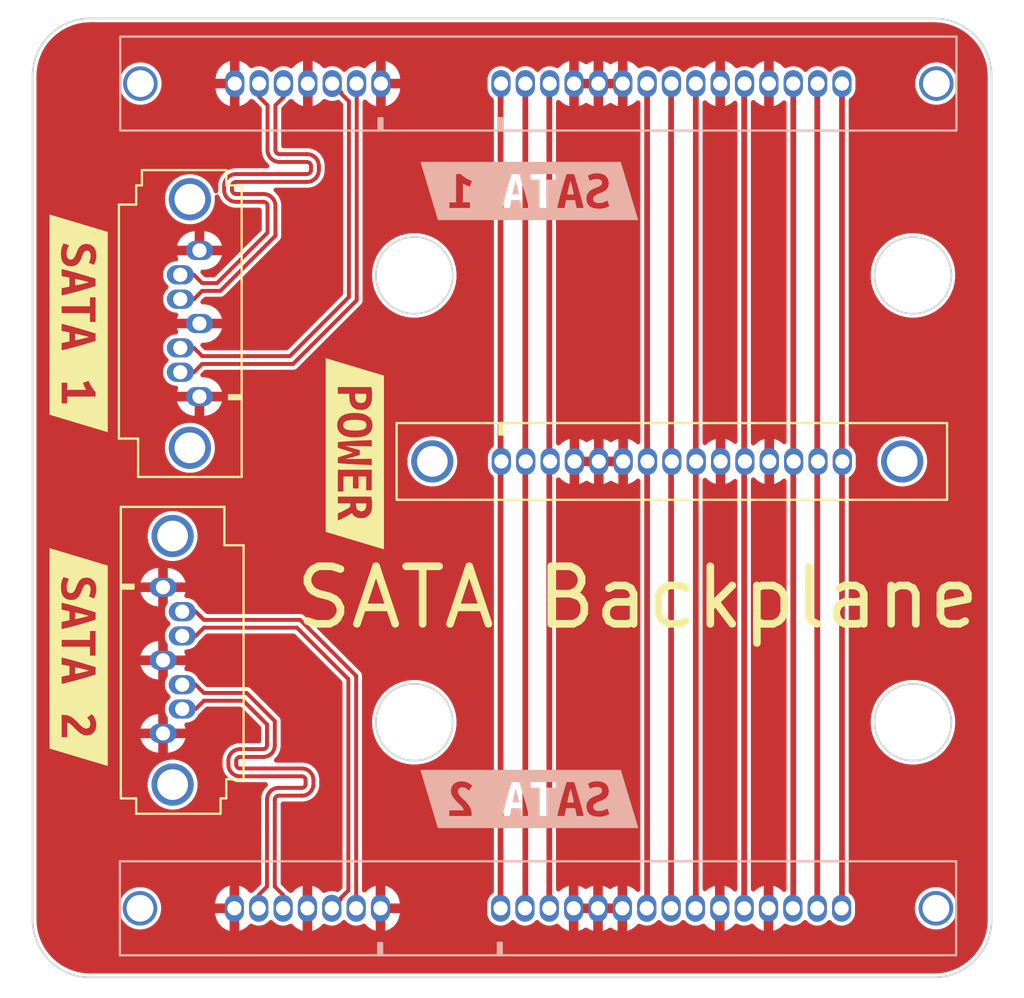
<source format=kicad_pcb>
(kicad_pcb (version 20241229) (generator "pcbnew") (generator_version "9.0")
  (layers (0 "F.Cu" signal) (4 "In1.Cu" signal) (6 "In2.Cu" signal) (2 "B.Cu" signal) (13 "F.Paste" user) (15 "B.Paste" user) (5 "F.SilkS" user "F.Silkscreen") (7 "B.SilkS" user "B.Silkscreen") (1 "F.Mask" user) (3 "B.Mask" user) (25 "Edge.Cuts" user))
  (net 0 "")
  (net 1 "/3V3_1")
  (net 2 "/3V3_2")
  (net 3 "/PWDIS")
  (net 4 "GND")
  (net 5 "/5V_1")
  (net 6 "/5V_2")
  (net 7 "/5V_3")
  (net 8 "/ACT")
  (net 9 "/12V_1")
  (net 10 "/12V_2")
  (net 11 "/12V_3")
  (net 12 "/SATA1_A+")
  (net 13 "/SATA1_A-")
  (net 14 "/SATA1_B-")
  (net 15 "/SATA1_B+")
  (net 16 "/SATA2_A+")
  (net 17 "/SATA2_A-")
  (net 18 "/SATA2_B-")
  (net 19 "/SATA2_B+")
  (footprint "kibuzzard-63B1B180" (layer "F.Cu") (at 96.9 47.3 -90)
    (property "Reference" "kibuzzard-63B1B180" (hide yes))
    (property "Value" "G***" (hide yes))
    (fp_poly (pts (xy 3.004661 -0.325755) (xy 2.98323 -0.447199) (xy 2.918936 -0.531495) (xy 2.819638 -0.580787) (xy 2.693194 -0.597218) (xy 2.644616 -0.595789) (xy 2.587466 -0.588645) (xy 2.587466 -0.05715) (xy 2.664619 -0.05715) (xy 2.819638 -0.074652) (xy 2.924651 -0.127159) (xy 3.004661 -0.325755)) (fill yes) (layer "F.SilkS"))
    (fp_poly (pts (xy -2.953226 -0.597218) (xy -3.04038 -0.595789) (xy -3.127534 -0.588645) (xy -3.127534 -0.017145) (xy -2.984659 -0.017145) (xy -2.836783 -0.033933) (xy -2.730341 -0.084296) (xy -2.666048 -0.175379) (xy -2.644616 -0.314325) (xy -2.66569 -0.446127) (xy -2.728913 -0.532924) (xy -2.827139 -0.581144) (xy -2.953226 -0.597218)) (fill yes) (layer "F.SilkS"))
    (fp_poly (pts (xy -1.770221 0) (xy -1.767721 0.124658) (xy -1.76022 0.241459) (xy -1.720215 0.437197) (xy -1.635919 0.568642) (xy -1.490186 0.61722) (xy -1.345883 0.568642) (xy -1.260158 0.435769) (xy -1.220153 0.24003) (xy -1.212652 0.124301) (xy -1.210151 0) (xy -1.212652 -0.124658) (xy -1.220153 -0.241459) (xy -1.260158 -0.437198) (xy -1.344454 -0.568643) (xy -1.490186 -0.61722) (xy -1.635919 -0.568643) (xy -1.720215 -0.435769) (xy -1.76022 -0.24003) (xy -1.767721 -0.124301) (xy -1.770221 0)) (fill yes) (layer "F.SilkS"))
    (fp_poly (pts (xy -3.479006 -1.518285) (xy -4.074319 -1.518285) (xy -4.98529 1.518285) (xy -4.074319 1.518285) (xy -3.479006 1.518285) (xy -3.127534 1.518285) (xy -3.127534 0.885825) (xy -3.479006 0.885825) (xy -3.479006 -0.860108) (xy -3.363278 -0.88011) (xy -3.233261 -0.892969) (xy -3.104674 -0.900113) (xy -2.993231 -0.90297) (xy -2.785269 -0.887571) (xy -2.610961 -0.841375) (xy -2.470309 -0.764381) (xy -2.367121 -0.652463) (xy -2.305209 -0.501491) (xy -2.284571 -0.311468) (xy -2.305368 -0.119539) (xy -2.367756 0.033337) (xy -2.471738 0.147161) (xy -2.613819 0.225742) (xy -2.790508 0.272891) (xy -3.001804 0.288607) (xy -3.127534 0.288607) (xy -3.127534 0.885825) (xy -3.127534 1.518285) (xy -1.487329 1.518285) (xy -1.487329 0.922972) (xy -1.678623 0.897096) (xy -1.837214 0.819467) (xy -1.963103 0.690086) (xy -2.034986 0.559624) (xy -2.086332 0.401122) (xy -2.11714 0.21458) (xy -2.127409 0) (xy -2.116872 -0.21458) (xy -2.085261 -0.401122) (xy -2.032575 -0.559624) (xy -1.958816 -0.690086) (xy -1.831816 -0.819468) (xy -1.675606 -0.897096) (xy -1.490186 -0.922973) (xy -1.299051 -0.897096) (xy -1.140936 -0.819468) (xy -1.015841 -0.690086) (xy -0.944582 -0.559624) (xy -0.893683 -0.401122) (xy -0.863144 -0.21458) (xy -0.852964 0) (xy -0.863322 0.21458) (xy -0.894398 0.401122) (xy -0.94619 0.559624) (xy -1.018699 0.690086) (xy -1.144429 0.819467) (xy -1.300639 0.897096) (xy -1.487329 0.922972) (xy -1.487329 1.518285) (xy 0.487204 1.518285) (xy 0.487204 0.885825) (xy 0.195739 0.885825) (xy 0.132874 0.699016) (xy 0.070009 0.498634) (xy 0.007144 0.296108) (xy -0.055721 0.10287) (xy -0.120015 0.290751) (xy -0.187166 0.494347) (xy -0.252889 0.697944) (xy -0.312896 0.885825) (xy -0.604361 0.885825) (xy -0.625793 0.682585) (xy -0.644366 0.467201) (xy -0.66044 0.244316) (xy -0.67437 0.018574) (xy -0.686157 -0.209312) (xy -0.695801 -0.438626) (xy -0.703659 -0.664726) (xy -0.710089 -0.882968) (xy -0.384334 -0.882968) (xy -0.387191 -0.711518) (xy -0.390049 -0.534353) (xy -0.392906 -0.354687) (xy -0.395764 -0.175736) (xy -0.398621 0.000714) (xy -0.401479 0.172879) (xy -0.403622 0.337542) (xy -0.404336 0.49149) (xy -0.345758 0.291465) (xy -0.282893 0.077152) (xy -0.227171 -0.117158) (xy -0.187166 -0.257175) (xy 0.070009 -0.257175) (xy 0.104299 -0.122873) (xy 0.154305 0.054292) (xy 0.214313 0.26289) (xy 0.278606 0.49149) (xy 0.277892 0.337542) (xy 0.275749 0.172879) (xy 0.272891 0.001072) (xy 0.270034 -0.174308) (xy 0.267176 -0.352544) (xy 0.264319 -0.532924) (xy 0.262176 -0.71116) (xy 0.261461 -0.882968) (xy 0.587216 -0.882968) (xy 0.578644 -0.662583) (xy 0.570071 -0.435769) (xy 0.560784 -0.206454) (xy 0.550069 0.021431) (xy 0.537567 0.246817) (xy 0.522922 0.46863) (xy 0.506135 0.682942) (xy 0.487204 0.885825) (xy 0.487204 1.518285) (xy 0.832961 1.518285) (xy 0.832961 0.885825) (xy 0.832961 -0.882968) (xy 1.904524 -0.882968) (xy 1.904524 -0.591503) (xy 1.184434 -0.591503) (xy 1.184434 -0.19431) (xy 1.810226 -0.19431) (xy 1.810226 0.097155) (xy 1.184434 0.097155) (xy 1.184434 0.59436) (xy 1.967389 0.59436) (xy 1.967389 0.885825) (xy 0.832961 0.885825) (xy 0.832961 1.518285) (xy 3.479006 1.518285) (xy 3.479006 0.885825) (xy 3.110389 0.885825) (xy 3.039308 0.71759) (xy 2.957513 0.555784) (xy 2.867144 0.396121) (xy 2.770346 0.234315) (xy 2.587466 0.234315) (xy 2.587466 0.885825) (xy 2.235994 0.885825) (xy 2.235994 -0.85725) (xy 2.348865 -0.878681) (xy 2.473166 -0.892969) (xy 2.593181 -0.900113) (xy 2.693194 -0.90297) (xy 2.837497 -0.894398) (xy 2.967514 -0.86868) (xy 3.081814 -0.825103) (xy 3.178969 -0.762953) (xy 3.3147 -0.581501) (xy 3.350062 -0.461843) (xy 3.361849 -0.322898) (xy 3.346133 -0.175736) (xy 3.298984 -0.042863) (xy 3.215402 0.067866) (xy 3.090386 0.14859) (xy 3.193256 0.312896) (xy 3.298984 0.501491) (xy 3.397567 0.698659) (xy 3.479006 0.885825) (xy 3.479006 1.518285) (xy 4.074319 1.518285) (xy 4.98529 -1.518285) (xy 4.074319 -1.518285) (xy 3.479006 -1.518285) (xy -3.479006 -1.518285)) (fill yes) (layer "F.SilkS"))
  )
  (footprint "kibuzzard-63B1B17B" (layer "F.Cu") (at 82.5 57.9 -90)
    (property "Reference" "kibuzzard-63B1B17B" (hide yes))
    (property "Value" "G***" (hide yes))
    (fp_poly (pts (xy -2.14884 -0.540068) (xy -2.201704 -0.350044) (xy -2.247424 -0.172879) (xy -2.287429 0.002857) (xy -2.323147 0.185737) (xy -1.97739 0.185737) (xy -2.01168 0.002857) (xy -2.050256 -0.172879) (xy -2.095976 -0.350044) (xy -2.14884 -0.540068)) (fill yes) (layer "F.SilkS"))
    (fp_poly (pts (xy 0.70866 -0.540068) (xy 0.655796 -0.350044) (xy 0.610076 -0.172879) (xy 0.570071 0.002857) (xy 0.534353 0.185737) (xy 0.88011 0.185737) (xy 0.84582 0.002857) (xy 0.807244 -0.172879) (xy 0.761524 -0.350044) (xy 0.70866 -0.540068)) (fill yes) (layer "F.SilkS"))
    (fp_poly (pts (xy -4.174807 -1.518285) (xy -4.77012 -1.518285) (xy -5.681091 1.518285) (xy -4.77012 1.518285) (xy -4.174807 1.518285) (xy -3.626167 1.518285) (xy -3.626167 0.922972) (xy -3.824049 0.911185) (xy -3.97764 0.875824) (xy -4.174807 0.78867) (xy -4.071937 0.50292) (xy -3.887629 0.588645) (xy -3.768685 0.618649) (xy -3.626167 0.62865) (xy -3.479006 0.610076) (xy -3.386137 0.558641) (xy -3.338989 0.484346) (xy -3.32613 0.40005) (xy -3.357562 0.302895) (xy -3.437572 0.227171) (xy -3.546157 0.167164) (xy -3.666172 0.117157) (xy -3.831908 0.051435) (xy -3.987641 -0.042863) (xy -4.10337 -0.184309) (xy -4.14909 -0.394335) (xy -4.108728 -0.615791) (xy -3.987641 -0.782955) (xy -3.866515 -0.860743) (xy -3.718401 -0.907415) (xy -3.5433 -0.922973) (xy -3.390781 -0.913686) (xy -3.258979 -0.885825) (xy -3.054667 -0.802958) (xy -3.157537 -0.531495) (xy -3.316129 -0.600075) (xy -3.517582 -0.62865) (xy -3.673157 -0.606108) (xy -3.766502 -0.53848) (xy -3.797617 -0.425768) (xy -3.769042 -0.335756) (xy -3.696176 -0.267176) (xy -3.596164 -0.214313) (xy -3.48615 -0.17145) (xy -3.313271 -0.101441) (xy -3.147536 0.001429) (xy -3.023235 0.161449) (xy -2.986802 0.269677) (xy -2.974657 0.402907) (xy -3.01502 0.623292) (xy -3.136106 0.787241) (xy -3.262312 0.862647) (xy -3.425666 0.907891) (xy -3.626167 0.922972) (xy -3.626167 1.518285) (xy -1.834515 1.518285) (xy -1.834515 0.885825) (xy -1.917382 0.477202) (xy -2.38887 0.477202) (xy -2.46888 0.885825) (xy -2.83464 0.885825) (xy -2.784234 0.680371) (xy -2.733599 0.482346) (xy -2.682735 0.291751) (xy -2.631643 0.108585) (xy -2.580322 -0.067151) (xy -2.516565 -0.27941) (xy -2.453878 -0.486132) (xy -2.392263 -0.687318) (xy -2.33172 -0.882968) (xy -1.948815 -0.882968) (xy -1.886039 -0.685711) (xy -1.823442 -0.48256) (xy -1.761024 -0.273516) (xy -1.698784 -0.058579) (xy -1.649349 0.118643) (xy -1.600486 0.301695) (xy -1.552194 0.490576) (xy -1.504474 0.685286) (xy -1.457325 0.885825) (xy -1.834515 0.885825) (xy -1.834515 1.518285) (xy -0.540067 1.518285) (xy -0.540067 0.885825) (xy -0.894397 0.885825) (xy -0.894397 -0.591503) (xy -1.36017 -0.591503) (xy -1.36017 -0.882968) (xy -0.074295 -0.882968) (xy -0.074295 -0.591503) (xy -0.540067 -0.591503) (xy -0.540067 0.885825) (xy -0.540067 1.518285) (xy 1.022985 1.518285) (xy 1.022985 0.885825) (xy 0.940118 0.477202) (xy 0.46863 0.477202) (xy 0.38862 0.885825) (xy 0.02286 0.885825) (xy 0.073266 0.680371) (xy 0.123901 0.482346) (xy 0.174765 0.291751) (xy 0.225857 0.108585) (xy 0.277178 -0.067151) (xy 0.340935 -0.27941) (xy 0.403622 -0.486132) (xy 0.465237 -0.687318) (xy 0.52578 -0.882968) (xy 0.908685 -0.882968) (xy 0.971461 -0.685711) (xy 1.034058 -0.48256) (xy 1.096476 -0.273516) (xy 1.158716 -0.058579) (xy 1.208151 0.118643) (xy 1.257014 0.301695) (xy 1.305306 0.490576) (xy 1.353026 0.685286) (xy 1.400175 0.885825) (xy 1.022985 0.885825) (xy 1.022985 1.518285) (xy 4.174808 1.518285) (xy 4.174808 0.885825) (xy 3.020378 0.885825) (xy 3.013234 0.814387) (xy 3.014663 0.75438) (xy 3.027878 0.61722) (xy 3.067526 0.49149) (xy 3.127534 0.376118) (xy 3.201829 0.270034) (xy 3.286125 0.172164) (xy 3.376136 0.081439) (xy 3.466148 -0.003929) (xy 3.550444 -0.085725) (xy 3.684746 -0.24003) (xy 3.73761 -0.391478) (xy 3.671888 -0.558641) (xy 3.506153 -0.61722) (xy 3.331845 -0.577215) (xy 3.151823 -0.442913) (xy 2.977515 -0.688658) (xy 3.100745 -0.792956) (xy 3.241834 -0.865823) (xy 3.391495 -0.908685) (xy 3.540443 -0.922973) (xy 3.74904 -0.89154) (xy 3.926205 -0.797243) (xy 4.049078 -0.638651) (xy 4.094798 -0.417195) (xy 4.060508 -0.241459) (xy 3.969068 -0.077153) (xy 3.84048 0.077152) (xy 3.694748 0.220027) (xy 3.609023 0.301466) (xy 3.517583 0.398621) (xy 3.444716 0.500062) (xy 3.414713 0.59436) (xy 4.174808 0.59436) (xy 4.174808 0.885825) (xy 4.174808 1.518285) (xy 4.77012 1.518285) (xy 5.681091 -1.518285) (xy 4.77012 -1.518285) (xy 4.174808 -1.518285) (xy -4.174808 -1.518285) (xy -4.174807 -1.518285)) (fill yes) (layer "F.SilkS"))
  )
  (footprint "sata:SATA_Power" (layer "F.Cu") (at 104.54 47.7)
    (property "Reference" "J1" (hide yes))
    (property "Value" "SATA_POWER_15")
    (fp_rect (start -5.46 -2) (end 23.24 2) (stroke (width 0.12)) (fill no) (layer "F.SilkS"))
    (fp_rect (start -0.1 -2) (end 0.1 -1.4) (stroke (width 0.12)) (fill yes) (layer "F.SilkS"))
    (pad "" np_thru_hole circle (at -3.6 0) (size 2.2 2.2) (drill 1.6) (layers "*.Cu" "*.Mask"))
    (pad "" np_thru_hole circle (at 20.9 0) (size 2.2 2.2) (drill 1.6) (layers "*.Cu" "*.Mask"))
    (pad "1" thru_hole oval (at 0 0) (size 1 1.4) (drill 0.74) (layers "*.Cu" "*.Mask") (net 1 "/3V3_1"))
    (pad "2" thru_hole oval (at 1.27 0) (size 1 1.4) (drill 0.74) (layers "*.Cu" "*.Mask") (net 2 "/3V3_2"))
    (pad "3" thru_hole oval (at 2.54 0) (size 1 1.4) (drill 0.74) (layers "*.Cu" "*.Mask") (net 3 "/PWDIS"))
    (pad "4" thru_hole oval (at 3.81 0) (size 1 1.4) (drill 0.74) (layers "*.Cu" "*.Mask") (net 4 "GND"))
    (pad "5" thru_hole oval (at 5.08 0) (size 1 1.4) (drill 0.74) (layers "*.Cu" "*.Mask") (net 4 "GND"))
    (pad "6" thru_hole oval (at 6.35 0) (size 1 1.4) (drill 0.74) (layers "*.Cu" "*.Mask") (net 4 "GND"))
    (pad "7" thru_hole oval (at 7.62 0) (size 1 1.4) (drill 0.74) (layers "*.Cu" "*.Mask") (net 5 "/5V_1"))
    (pad "8" thru_hole oval (at 8.89 0) (size 1 1.4) (drill 0.74) (layers "*.Cu" "*.Mask") (net 6 "/5V_2"))
    (pad "9" thru_hole oval (at 10.16 0) (size 1 1.4) (drill 0.74) (layers "*.Cu" "*.Mask") (net 7 "/5V_3"))
    (pad "10" thru_hole oval (at 11.43 0) (size 1 1.4) (drill 0.74) (layers "*.Cu" "*.Mask") (net 4 "GND"))
    (pad "11" thru_hole oval (at 12.7 0) (size 1 1.4) (drill 0.74) (layers "*.Cu" "*.Mask") (net 8 "/ACT"))
    (pad "12" thru_hole oval (at 13.97 0) (size 1 1.4) (drill 0.74) (layers "*.Cu" "*.Mask") (net 4 "GND"))
    (pad "13" thru_hole oval (at 15.24 0) (size 1 1.4) (drill 0.74) (layers "*.Cu" "*.Mask") (net 9 "/12V_1"))
    (pad "14" thru_hole oval (at 16.51 0) (size 1 1.4) (drill 0.74) (layers "*.Cu" "*.Mask") (net 10 "/12V_2"))
    (pad "15" thru_hole oval (at 17.78 0) (size 1 1.4) (drill 0.74) (layers "*.Cu" "*.Mask") (net 11 "/12V_3"))
  )
  (footprint "sata:SATA_Data" (layer "F.Cu") (at 88.8 36.7 90)
    (property "Reference" "J10" (hide yes))
    (property "Value" "SATA_1")
    (fp_line (start 2.39 -4.2) (end 2.39 -3.3) (stroke (width 0.12)) (layer "F.SilkS"))
    (fp_line (start -9.81 -4.2) (end 2.39 -4.2) (stroke (width 0.12)) (layer "F.SilkS"))
    (fp_line (start 3.39 -3.3) (end 3.39 -3) (stroke (width 0.12)) (layer "F.SilkS"))
    (fp_line (start 2.39 -3.3) (end 3.39 -3.3) (stroke (width 0.12)) (layer "F.SilkS"))
    (fp_line (start -9.81 -3.2) (end -9.81 -4.2) (stroke (width 0.12)) (layer "F.SilkS"))
    (fp_line (start -11.81 -3.2) (end -9.81 -3.2) (stroke (width 0.12)) (layer "F.SilkS"))
    (fp_line (start 4.19 -3) (end 4.19 1.4) (stroke (width 0.12)) (layer "F.SilkS"))
    (fp_line (start 3.39 -3) (end 4.19 -3) (stroke (width 0.12)) (layer "F.SilkS"))
    (fp_line (start 4.19 1.4) (end 3.39 1.4) (stroke (width 0.12)) (layer "F.SilkS"))
    (fp_line (start 3.39 1.4) (end 3.39 2.2) (stroke (width 0.12)) (layer "F.SilkS"))
    (fp_line (start 3.39 2.2) (end -11.81 2.2) (stroke (width 0.12)) (layer "F.SilkS"))
    (fp_line (start -11.81 2.2) (end -11.81 -3.2) (stroke (width 0.12)) (layer "F.SilkS"))
    (fp_rect (start -7.75 1.54) (end -7.55 2.14) (stroke (width 0.12)) (fill yes) (layer "F.SilkS"))
    (pad "" thru_hole circle (at -10.29 -0.5 90) (size 2.2 2.2) (drill 1.6) (layers "*.Cu" "*.Mask"))
    (pad "" thru_hole circle (at 2.67 -0.5 90) (size 2.2 2.2) (drill 1.6) (layers "*.Cu" "*.Mask"))
    (pad "1" thru_hole oval (at 0 0 90) (size 1 1.4) (drill 0.74) (layers "*.Cu" "*.Mask") (net 4 "GND"))
    (pad "2" thru_hole oval (at -1.27 -1 90) (size 1 1.4) (drill 0.74) (layers "*.Cu" "*.Mask") (net 12 "/SATA1_A+"))
    (pad "3" thru_hole oval (at -2.54 -1 90) (size 1 1.4) (drill 0.74) (layers "*.Cu" "*.Mask") (net 13 "/SATA1_A-"))
    (pad "4" thru_hole oval (at -3.81 0 90) (size 1 1.4) (drill 0.74) (layers "*.Cu" "*.Mask") (net 4 "GND"))
    (pad "5" thru_hole oval (at -5.08 -1 90) (size 1 1.4) (drill 0.74) (layers "*.Cu" "*.Mask") (net 14 "/SATA1_B-"))
    (pad "6" thru_hole oval (at -6.35 -1 90) (size 1 1.4) (drill 0.74) (layers "*.Cu" "*.Mask") (net 15 "/SATA1_B+"))
    (pad "7" thru_hole oval (at -7.62 0 90) (size 1 1.4) (drill 0.74) (layers "*.Cu" "*.Mask") (net 4 "GND"))
  )
  (footprint "sata:SATA_Data" (layer "F.Cu") (at 86.9 61.88 -90)
    (property "Reference" "J20" (hide yes))
    (property "Value" "SATA_2")
    (fp_line (start -11.81 2.2) (end -11.81 -3.2) (stroke (width 0.12)) (layer "F.SilkS"))
    (fp_line (start 3.39 2.2) (end -11.81 2.2) (stroke (width 0.12)) (layer "F.SilkS"))
    (fp_line (start 3.39 1.4) (end 3.39 2.2) (stroke (width 0.12)) (layer "F.SilkS"))
    (fp_line (start 4.19 1.4) (end 3.39 1.4) (stroke (width 0.12)) (layer "F.SilkS"))
    (fp_line (start 3.39 -3) (end 4.19 -3) (stroke (width 0.12)) (layer "F.SilkS"))
    (fp_line (start 4.19 -3) (end 4.19 1.4) (stroke (width 0.12)) (layer "F.SilkS"))
    (fp_line (start -11.81 -3.2) (end -9.81 -3.2) (stroke (width 0.12)) (layer "F.SilkS"))
    (fp_line (start -9.81 -3.2) (end -9.81 -4.2) (stroke (width 0.12)) (layer "F.SilkS"))
    (fp_line (start 2.39 -3.3) (end 3.39 -3.3) (stroke (width 0.12)) (layer "F.SilkS"))
    (fp_line (start 3.39 -3.3) (end 3.39 -3) (stroke (width 0.12)) (layer "F.SilkS"))
    (fp_line (start -9.81 -4.2) (end 2.39 -4.2) (stroke (width 0.12)) (layer "F.SilkS"))
    (fp_line (start 2.39 -4.2) (end 2.39 -3.3) (stroke (width 0.12)) (layer "F.SilkS"))
    (fp_rect (start -7.75 1.54) (end -7.55 2.14) (stroke (width 0.12)) (fill yes) (layer "F.SilkS"))
    (pad "" thru_hole circle (at -10.29 -0.5 270) (size 2.2 2.2) (drill 1.6) (layers "*.Cu" "*.Mask"))
    (pad "" thru_hole circle (at 2.67 -0.5 270) (size 2.2 2.2) (drill 1.6) (layers "*.Cu" "*.Mask"))
    (pad "1" thru_hole oval (at 0 0 270) (size 1 1.4) (drill 0.74) (layers "*.Cu" "*.Mask") (net 4 "GND"))
    (pad "2" thru_hole oval (at -1.27 -1 270) (size 1 1.4) (drill 0.74) (layers "*.Cu" "*.Mask") (net 16 "/SATA2_A+"))
    (pad "3" thru_hole oval (at -2.54 -1 270) (size 1 1.4) (drill 0.74) (layers "*.Cu" "*.Mask") (net 17 "/SATA2_A-"))
    (pad "4" thru_hole oval (at -3.81 0 270) (size 1 1.4) (drill 0.74) (layers "*.Cu" "*.Mask") (net 4 "GND"))
    (pad "5" thru_hole oval (at -5.08 -1 270) (size 1 1.4) (drill 0.74) (layers "*.Cu" "*.Mask") (net 18 "/SATA2_B-"))
    (pad "6" thru_hole oval (at -6.35 -1 270) (size 1 1.4) (drill 0.74) (layers "*.Cu" "*.Mask") (net 19 "/SATA2_B+"))
    (pad "7" thru_hole oval (at -7.62 0 270) (size 1 1.4) (drill 0.74) (layers "*.Cu" "*.Mask") (net 4 "GND"))
  )
  (footprint "kibuzzard-63B1B175" (layer "F.Cu") (at 82.5 40.5 -90)
    (property "Reference" "kibuzzard-63B1B175" (hide yes))
    (property "Value" "G***" (hide yes))
    (fp_poly (pts (xy -2.144554 -0.540068) (xy -2.197418 -0.350044) (xy -2.243138 -0.172879) (xy -2.283143 0.002857) (xy -2.318861 0.185737) (xy -1.973104 0.185737) (xy -2.007394 0.002857) (xy -2.04597 -0.172879) (xy -2.09169 -0.350044) (xy -2.144554 -0.540068)) (fill yes) (layer "F.SilkS"))
    (fp_poly (pts (xy 0.712946 -0.540068) (xy 0.660082 -0.350044) (xy 0.614362 -0.172879) (xy 0.574357 0.002857) (xy 0.538639 0.185737) (xy 0.884396 0.185737) (xy 0.850106 0.002857) (xy 0.81153 -0.172879) (xy 0.76581 -0.350044) (xy 0.712946 -0.540068)) (fill yes) (layer "F.SilkS"))
    (fp_poly (pts (xy -4.170521 -1.518285) (xy -4.765834 -1.518285) (xy -5.676805 1.518285) (xy -4.765834 1.518285) (xy -4.170521 1.518285) (xy -3.621881 1.518285) (xy -3.621881 0.922972) (xy -3.819763 0.911185) (xy -3.973354 0.875824) (xy -4.170521 0.78867) (xy -4.067651 0.50292) (xy -3.883343 0.588645) (xy -3.764399 0.618649) (xy -3.621881 0.62865) (xy -3.47472 0.610076) (xy -3.381851 0.558641) (xy -3.334703 0.484346) (xy -3.321844 0.40005) (xy -3.353276 0.302895) (xy -3.433286 0.227171) (xy -3.541871 0.167164) (xy -3.661886 0.117157) (xy -3.827621 0.051435) (xy -3.983355 -0.042863) (xy -4.099084 -0.184309) (xy -4.144804 -0.394335) (xy -4.104442 -0.615791) (xy -3.983355 -0.782955) (xy -3.862229 -0.860743) (xy -3.714115 -0.907415) (xy -3.539014 -0.922973) (xy -3.386495 -0.913686) (xy -3.254693 -0.885825) (xy -3.050381 -0.802958) (xy -3.153251 -0.531495) (xy -3.311843 -0.600075) (xy -3.513296 -0.62865) (xy -3.668871 -0.606108) (xy -3.762216 -0.53848) (xy -3.793331 -0.425768) (xy -3.764756 -0.335756) (xy -3.69189 -0.267176) (xy -3.591878 -0.214313) (xy -3.481864 -0.17145) (xy -3.308985 -0.101441) (xy -3.14325 0.001429) (xy -3.018949 0.161449) (xy -2.982516 0.269677) (xy -2.970371 0.402907) (xy -3.010733 0.623292) (xy -3.13182 0.787241) (xy -3.258026 0.862647) (xy -3.42138 0.907891) (xy -3.621881 0.922972) (xy -3.621881 1.518285) (xy -1.830229 1.518285) (xy -1.830229 0.885825) (xy -1.913096 0.477202) (xy -2.384584 0.477202) (xy -2.464594 0.885825) (xy -2.830354 0.885825) (xy -2.779947 0.680371) (xy -2.729313 0.482346) (xy -2.678449 0.291751) (xy -2.627357 0.108585) (xy -2.576036 -0.067151) (xy -2.512278 -0.27941) (xy -2.449592 -0.486132) (xy -2.387977 -0.687318) (xy -2.327434 -0.882968) (xy -1.944529 -0.882968) (xy -1.881753 -0.685711) (xy -1.819156 -0.48256) (xy -1.756737 -0.273516) (xy -1.694498 -0.058579) (xy -1.645063 0.118643) (xy -1.596199 0.301695) (xy -1.547908 0.490576) (xy -1.500188 0.685286) (xy -1.453039 0.885825) (xy -1.830229 0.885825) (xy -1.830229 1.518285) (xy -0.535781 1.518285) (xy -0.535781 0.885825) (xy -0.890111 0.885825) (xy -0.890111 -0.591503) (xy -1.355884 -0.591503) (xy -1.355884 -0.882968) (xy -0.070009 -0.882968) (xy -0.070009 -0.591503) (xy -0.535781 -0.591503) (xy -0.535781 0.885825) (xy -0.535781 1.518285) (xy 1.027271 1.518285) (xy 1.027271 0.885825) (xy 0.944404 0.477202) (xy 0.472916 0.477202) (xy 0.392906 0.885825) (xy 0.027146 0.885825) (xy 0.077553 0.680371) (xy 0.128187 0.482346) (xy 0.179051 0.291751) (xy 0.230143 0.108585) (xy 0.281464 -0.067151) (xy 0.345222 -0.27941) (xy 0.407908 -0.486132) (xy 0.469523 -0.687318) (xy 0.530066 -0.882968) (xy 0.912971 -0.882968) (xy 0.975747 -0.685711) (xy 1.038344 -0.48256) (xy 1.100763 -0.273516) (xy 1.163003 -0.058579) (xy 1.212437 0.118643) (xy 1.261301 0.301695) (xy 1.309592 0.490576) (xy 1.357313 0.685286) (xy 1.404461 0.885825) (xy 1.027271 0.885825) (xy 1.027271 1.518285) (xy 4.170521 1.518285) (xy 4.170521 0.885825) (xy 3.096101 0.885825) (xy 3.096101 0.59436) (xy 3.467576 0.59436) (xy 3.467576 -0.394335) (xy 3.284696 -0.292894) (xy 3.110389 -0.222885) (xy 2.996089 -0.51435) (xy 3.144679 -0.580073) (xy 3.304699 -0.668655) (xy 3.456146 -0.771525) (xy 3.579019 -0.882968) (xy 3.819049 -0.882968) (xy 3.819049 0.59436) (xy 4.170521 0.59436) (xy 4.170521 0.885825) (xy 4.170521 1.518285) (xy 4.765834 1.518285) (xy 5.676805 -1.518285) (xy 4.765834 -1.518285) (xy 4.170521 -1.518285) (xy -4.170521 -1.518285)) (fill yes) (layer "F.SilkS"))
  )
  (footprint "kibuzzard-63B1B175" (layer "B.Cu") (at 106 33.6 180)
    (property "Reference" "kibuzzard-63B1B175" (hide yes))
    (property "Value" "G***" (hide yes))
    (fp_poly (pts (xy 0.712946 0.540068) (xy 0.660082 0.350044) (xy 0.614362 0.172879) (xy 0.574357 -0.002857) (xy 0.538639 -0.185737) (xy 0.884396 -0.185737) (xy 0.850106 -0.002857) (xy 0.81153 0.172879) (xy 0.76581 0.350044) (xy 0.712946 0.540068)) (fill yes) (layer "B.SilkS"))
    (fp_poly (pts (xy -2.144554 0.540068) (xy -2.197418 0.350044) (xy -2.243138 0.172879) (xy -2.283143 -0.002857) (xy -2.318861 -0.185737) (xy -1.973104 -0.185737) (xy -2.007394 -0.002857) (xy -2.04597 0.172879) (xy -2.09169 0.350044) (xy -2.144554 0.540068)) (fill yes) (layer "B.SilkS"))
    (fp_poly (pts (xy -4.170521 1.518285) (xy -4.765834 1.518285) (xy -5.676805 -1.518285) (xy -4.765834 -1.518285) (xy -4.170521 -1.518285) (xy -3.621881 -1.518285) (xy -3.621881 -0.922972) (xy -3.819763 -0.911185) (xy -3.973354 -0.875824) (xy -4.170521 -0.78867) (xy -4.067651 -0.50292) (xy -3.883343 -0.588645) (xy -3.764399 -0.618649) (xy -3.621881 -0.62865) (xy -3.47472 -0.610076) (xy -3.381851 -0.558641) (xy -3.334703 -0.484346) (xy -3.321844 -0.40005) (xy -3.353276 -0.302895) (xy -3.433286 -0.227171) (xy -3.541871 -0.167164) (xy -3.661886 -0.117157) (xy -3.827621 -0.051435) (xy -3.983355 0.042863) (xy -4.099084 0.184309) (xy -4.144804 0.394335) (xy -4.104442 0.615791) (xy -3.983355 0.782955) (xy -3.862229 0.860743) (xy -3.714115 0.907415) (xy -3.539014 0.922973) (xy -3.386495 0.913686) (xy -3.254693 0.885825) (xy -3.050381 0.802958) (xy -3.153251 0.531495) (xy -3.311843 0.600075) (xy -3.513296 0.62865) (xy -3.668871 0.606108) (xy -3.762216 0.53848) (xy -3.793331 0.425768) (xy -3.764756 0.335756) (xy -3.69189 0.267176) (xy -3.591878 0.214313) (xy -3.481864 0.17145) (xy -3.308985 0.101441) (xy -3.14325 -0.001429) (xy -3.018949 -0.161449) (xy -2.982516 -0.269677) (xy -2.970371 -0.402907) (xy -3.010733 -0.623292) (xy -3.13182 -0.787241) (xy -3.258026 -0.862647) (xy -3.42138 -0.907891) (xy -3.621881 -0.922972) (xy -3.621881 -1.518285) (xy -1.830229 -1.518285) (xy -1.830229 -0.885825) (xy -1.913096 -0.477202) (xy -2.384584 -0.477202) (xy -2.464594 -0.885825) (xy -2.830354 -0.885825) (xy -2.779947 -0.680371) (xy -2.729313 -0.482346) (xy -2.678449 -0.291751) (xy -2.627357 -0.108585) (xy -2.576036 0.067151) (xy -2.512278 0.27941) (xy -2.449592 0.486132) (xy -2.387977 0.687318) (xy -2.327434 0.882968) (xy -1.944529 0.882968) (xy -1.881753 0.685711) (xy -1.819156 0.48256) (xy -1.756737 0.273516) (xy -1.694498 0.058579) (xy -1.645063 -0.118643) (xy -1.596199 -0.301695) (xy -1.547908 -0.490576) (xy -1.500188 -0.685286) (xy -1.453039 -0.885825) (xy -1.830229 -0.885825) (xy -1.830229 -1.518285) (xy -0.535781 -1.518285) (xy -0.535781 -0.885825) (xy -0.890111 -0.885825) (xy -0.890111 0.591503) (xy -1.355884 0.591503) (xy -1.355884 0.882968) (xy -0.070009 0.882968) (xy -0.070009 0.591503) (xy -0.535781 0.591503) (xy -0.535781 -0.885825) (xy -0.535781 -1.518285) (xy 1.027271 -1.518285) (xy 1.027271 -0.885825) (xy 0.944404 -0.477202) (xy 0.472916 -0.477202) (xy 0.392906 -0.885825) (xy 0.027146 -0.885825) (xy 0.077553 -0.680371) (xy 0.128187 -0.482346) (xy 0.179051 -0.291751) (xy 0.230143 -0.108585) (xy 0.281464 0.067151) (xy 0.345222 0.27941) (xy 0.407908 0.486132) (xy 0.469523 0.687318) (xy 0.530066 0.882968) (xy 0.912971 0.882968) (xy 0.975747 0.685711) (xy 1.038344 0.48256) (xy 1.100763 0.273516) (xy 1.163003 0.058579) (xy 1.212437 -0.118643) (xy 1.261301 -0.301695) (xy 1.309592 -0.490576) (xy 1.357313 -0.685286) (xy 1.404461 -0.885825) (xy 1.027271 -0.885825) (xy 1.027271 -1.518285) (xy 4.170521 -1.518285) (xy 4.170521 -0.885825) (xy 3.096101 -0.885825) (xy 3.096101 -0.59436) (xy 3.467576 -0.59436) (xy 3.467576 0.394335) (xy 3.284696 0.292894) (xy 3.110389 0.222885) (xy 2.996089 0.51435) (xy 3.144679 0.580073) (xy 3.304699 0.668655) (xy 3.456146 0.771525) (xy 3.579019 0.882968) (xy 3.819049 0.882968) (xy 3.819049 -0.59436) (xy 4.170521 -0.59436) (xy 4.170521 -0.885825) (xy 4.170521 -1.518285) (xy 4.765834 -1.518285) (xy 5.676805 1.518285) (xy 4.765834 1.518285) (xy 4.170521 1.518285) (xy -4.170521 1.518285)) (fill yes) (layer "B.SilkS"))
  )
  (footprint "kibuzzard-63B1B17B" (layer "B.Cu") (at 106 65.3 180)
    (property "Reference" "kibuzzard-63B1B17B" (hide yes))
    (property "Value" "G***" (hide yes))
    (fp_poly (pts (xy 0.70866 0.540068) (xy 0.655796 0.350044) (xy 0.610076 0.172879) (xy 0.570071 -0.002857) (xy 0.534353 -0.185737) (xy 0.88011 -0.185737) (xy 0.84582 -0.002857) (xy 0.807244 0.172879) (xy 0.761524 0.350044) (xy 0.70866 0.540068)) (fill yes) (layer "B.SilkS"))
    (fp_poly (pts (xy -2.14884 0.540068) (xy -2.201704 0.350044) (xy -2.247424 0.172879) (xy -2.287429 -0.002857) (xy -2.323147 -0.185737) (xy -1.97739 -0.185737) (xy -2.01168 -0.002857) (xy -2.050256 0.172879) (xy -2.095976 0.350044) (xy -2.14884 0.540068)) (fill yes) (layer "B.SilkS"))
    (fp_poly (pts (xy -4.174807 1.518285) (xy -4.77012 1.518285) (xy -5.681091 -1.518285) (xy -4.77012 -1.518285) (xy -4.174807 -1.518285) (xy -3.626167 -1.518285) (xy -3.626167 -0.922972) (xy -3.824049 -0.911185) (xy -3.97764 -0.875824) (xy -4.174807 -0.78867) (xy -4.071937 -0.50292) (xy -3.887629 -0.588645) (xy -3.768685 -0.618649) (xy -3.626167 -0.62865) (xy -3.479006 -0.610076) (xy -3.386137 -0.558641) (xy -3.338989 -0.484346) (xy -3.32613 -0.40005) (xy -3.357562 -0.302895) (xy -3.437572 -0.227171) (xy -3.546157 -0.167164) (xy -3.666172 -0.117157) (xy -3.831908 -0.051435) (xy -3.987641 0.042863) (xy -4.10337 0.184309) (xy -4.14909 0.394335) (xy -4.108728 0.615791) (xy -3.987641 0.782955) (xy -3.866515 0.860743) (xy -3.718401 0.907415) (xy -3.5433 0.922973) (xy -3.390781 0.913686) (xy -3.258979 0.885825) (xy -3.054667 0.802958) (xy -3.157537 0.531495) (xy -3.316129 0.600075) (xy -3.517582 0.62865) (xy -3.673157 0.606108) (xy -3.766502 0.53848) (xy -3.797617 0.425768) (xy -3.769042 0.335756) (xy -3.696176 0.267176) (xy -3.596164 0.214313) (xy -3.48615 0.17145) (xy -3.313271 0.101441) (xy -3.147536 -0.001429) (xy -3.023235 -0.161449) (xy -2.986802 -0.269677) (xy -2.974657 -0.402907) (xy -3.01502 -0.623292) (xy -3.136106 -0.787241) (xy -3.262312 -0.862647) (xy -3.425666 -0.907891) (xy -3.626167 -0.922972) (xy -3.626167 -1.518285) (xy -1.834515 -1.518285) (xy -1.834515 -0.885825) (xy -1.917382 -0.477202) (xy -2.38887 -0.477202) (xy -2.46888 -0.885825) (xy -2.83464 -0.885825) (xy -2.784234 -0.680371) (xy -2.733599 -0.482346) (xy -2.682735 -0.291751) (xy -2.631643 -0.108585) (xy -2.580322 0.067151) (xy -2.516565 0.27941) (xy -2.453878 0.486132) (xy -2.392263 0.687318) (xy -2.33172 0.882968) (xy -1.948815 0.882968) (xy -1.886039 0.685711) (xy -1.823442 0.48256) (xy -1.761024 0.273516) (xy -1.698784 0.058579) (xy -1.649349 -0.118643) (xy -1.600486 -0.301695) (xy -1.552194 -0.490576) (xy -1.504474 -0.685286) (xy -1.457325 -0.885825) (xy -1.834515 -0.885825) (xy -1.834515 -1.518285) (xy -0.540067 -1.518285) (xy -0.540067 -0.885825) (xy -0.894397 -0.885825) (xy -0.894397 0.591503) (xy -1.36017 0.591503) (xy -1.36017 0.882968) (xy -0.074295 0.882968) (xy -0.074295 0.591503) (xy -0.540067 0.591503) (xy -0.540067 -0.885825) (xy -0.540067 -1.518285) (xy 1.022985 -1.518285) (xy 1.022985 -0.885825) (xy 0.940118 -0.477202) (xy 0.46863 -0.477202) (xy 0.38862 -0.885825) (xy 0.02286 -0.885825) (xy 0.073266 -0.680371) (xy 0.123901 -0.482346) (xy 0.174765 -0.291751) (xy 0.225857 -0.108585) (xy 0.277178 0.067151) (xy 0.340935 0.27941) (xy 0.403622 0.486132) (xy 0.465237 0.687318) (xy 0.52578 0.882968) (xy 0.908685 0.882968) (xy 0.971461 0.685711) (xy 1.034058 0.48256) (xy 1.096476 0.273516) (xy 1.158716 0.058579) (xy 1.208151 -0.118643) (xy 1.257014 -0.301695) (xy 1.305306 -0.490576) (xy 1.353026 -0.685286) (xy 1.400175 -0.885825) (xy 1.022985 -0.885825) (xy 1.022985 -1.518285) (xy 4.174808 -1.518285) (xy 4.174808 -0.885825) (xy 3.020378 -0.885825) (xy 3.013234 -0.814387) (xy 3.014663 -0.75438) (xy 3.027878 -0.61722) (xy 3.067526 -0.49149) (xy 3.127534 -0.376118) (xy 3.201829 -0.270034) (xy 3.286125 -0.172164) (xy 3.376136 -0.081439) (xy 3.466148 0.003929) (xy 3.550444 0.085725) (xy 3.684746 0.24003) (xy 3.73761 0.391478) (xy 3.671888 0.558641) (xy 3.506153 0.61722) (xy 3.331845 0.577215) (xy 3.151823 0.442913) (xy 2.977515 0.688658) (xy 3.100745 0.792956) (xy 3.241834 0.865823) (xy 3.391495 0.908685) (xy 3.540443 0.922973) (xy 3.74904 0.89154) (xy 3.926205 0.797243) (xy 4.049078 0.638651) (xy 4.094798 0.417195) (xy 4.060508 0.241459) (xy 3.969068 0.077153) (xy 3.84048 -0.077152) (xy 3.694748 -0.220027) (xy 3.609023 -0.301466) (xy 3.517583 -0.398621) (xy 3.444716 -0.500062) (xy 3.414713 -0.59436) (xy 4.174808 -0.59436) (xy 4.174808 -0.885825) (xy 4.174808 -1.518285) (xy 4.77012 -1.518285) (xy 5.681091 1.518285) (xy 4.77012 1.518285) (xy 4.174808 1.518285) (xy -4.174808 1.518285) (xy -4.174807 1.518285)) (fill yes) (layer "B.SilkS"))
  )
  (footprint "sata:SATA_Combined" (layer "B.Cu") (at 90.64 28)
    (property "Reference" "J11" (hide yes))
    (property "Value" "SATA_COMBINED_1")
    (fp_rect (start 7.5 2.41) (end 7.7 1.81) (stroke (width 0.12)) (fill yes) (layer "B.SilkS"))
    (fp_rect (start 13.74 2.4) (end 13.94 1.8) (stroke (width 0.12)) (fill yes) (layer "B.SilkS"))
    (fp_rect (start 37.63 -2.45) (end -5.97 2.45) (stroke (width 0.12)) (fill no) (layer "B.SilkS"))
    (pad "" thru_hole circle (at -4.92 0 180) (size 1.8 1.8) (drill 1.4) (layers "*.Cu" "*.Mask"))
    (pad "" thru_hole circle (at 36.58 0 180) (size 1.8 1.8) (drill 1.4) (layers "*.Cu" "*.Mask"))
    (pad "1" thru_hole oval (at 0 0 180) (size 1 1.4) (drill 0.74) (layers "*.Cu" "*.Mask") (net 4 "GND"))
    (pad "2" thru_hole oval (at 1.27 0 180) (size 1 1.4) (drill 0.74) (layers "*.Cu" "*.Mask") (net 12 "/SATA1_A+"))
    (pad "3" thru_hole oval (at 2.54 0 180) (size 1 1.4) (drill 0.74) (layers "*.Cu" "*.Mask") (net 13 "/SATA1_A-"))
    (pad "4" thru_hole oval (at 3.81 0 180) (size 1 1.4) (drill 0.74) (layers "*.Cu" "*.Mask") (net 4 "GND"))
    (pad "5" thru_hole oval (at 5.08 0 180) (size 1 1.4) (drill 0.74) (layers "*.Cu" "*.Mask") (net 14 "/SATA1_B-"))
    (pad "6" thru_hole oval (at 6.35 0 180) (size 1 1.4) (drill 0.74) (layers "*.Cu" "*.Mask") (net 15 "/SATA1_B+"))
    (pad "7" thru_hole oval (at 7.62 0 180) (size 1 1.4) (drill 0.74) (layers "*.Cu" "*.Mask") (net 4 "GND"))
    (pad "8" thru_hole oval (at 13.88 0 180) (size 1 1.4) (drill 0.74) (layers "*.Cu" "*.Mask") (net 1 "/3V3_1"))
    (pad "9" thru_hole oval (at 15.15 0 180) (size 1 1.4) (drill 0.74) (layers "*.Cu" "*.Mask") (net 2 "/3V3_2"))
    (pad "10" thru_hole oval (at 16.42 0 180) (size 1 1.4) (drill 0.74) (layers "*.Cu" "*.Mask") (net 3 "/PWDIS"))
    (pad "11" thru_hole oval (at 17.69 0 180) (size 1 1.4) (drill 0.74) (layers "*.Cu" "*.Mask") (net 4 "GND"))
    (pad "12" thru_hole oval (at 18.96 0 180) (size 1 1.4) (drill 0.74) (layers "*.Cu" "*.Mask") (net 4 "GND"))
    (pad "13" thru_hole oval (at 20.23 0 180) (size 1 1.4) (drill 0.74) (layers "*.Cu" "*.Mask") (net 4 "GND"))
    (pad "14" thru_hole oval (at 21.5 0 180) (size 1 1.4) (drill 0.74) (layers "*.Cu" "*.Mask") (net 5 "/5V_1"))
    (pad "15" thru_hole oval (at 22.77 0 180) (size 1 1.4) (drill 0.74) (layers "*.Cu" "*.Mask") (net 6 "/5V_2"))
    (pad "16" thru_hole oval (at 24.04 0 180) (size 1 1.4) (drill 0.74) (layers "*.Cu" "*.Mask") (net 7 "/5V_3"))
    (pad "17" thru_hole oval (at 25.31 0 180) (size 1 1.4) (drill 0.74) (layers "*.Cu" "*.Mask") (net 4 "GND"))
    (pad "18" thru_hole oval (at 26.58 0 180) (size 1 1.4) (drill 0.74) (layers "*.Cu" "*.Mask") (net 8 "/ACT"))
    (pad "19" thru_hole oval (at 27.85 0 180) (size 1 1.4) (drill 0.74) (layers "*.Cu" "*.Mask") (net 4 "GND"))
    (pad "20" thru_hole oval (at 29.12 0 180) (size 1 1.4) (drill 0.74) (layers "*.Cu" "*.Mask") (net 9 "/12V_1"))
    (pad "21" thru_hole oval (at 30.39 0 180) (size 1 1.4) (drill 0.74) (layers "*.Cu" "*.Mask") (net 10 "/12V_2"))
    (pad "22" thru_hole oval (at 31.66 0 180) (size 1 1.4) (drill 0.74) (layers "*.Cu" "*.Mask") (net 11 "/12V_3"))
  )
  (footprint "sata:SATA_Combined" (layer "B.Cu") (at 90.62 71)
    (property "Reference" "J21" (hide yes))
    (property "Value" "SATA_COMBINED_2")
    (fp_rect (start 7.5 2.41) (end 7.7 1.81) (stroke (width 0.12)) (fill yes) (layer "B.SilkS"))
    (fp_rect (start 13.74 2.4) (end 13.94 1.8) (stroke (width 0.12)) (fill yes) (layer "B.SilkS"))
    (fp_rect (start 37.63 -2.45) (end -5.97 2.45) (stroke (width 0.12)) (fill no) (layer "B.SilkS"))
    (pad "" thru_hole circle (at -4.92 0 180) (size 1.8 1.8) (drill 1.4) (layers "*.Cu" "*.Mask"))
    (pad "" thru_hole circle (at 36.58 0 180) (size 1.8 1.8) (drill 1.4) (layers "*.Cu" "*.Mask"))
    (pad "1" thru_hole oval (at 0 0 180) (size 1 1.4) (drill 0.74) (layers "*.Cu" "*.Mask") (net 4 "GND"))
    (pad "2" thru_hole oval (at 1.27 0 180) (size 1 1.4) (drill 0.74) (layers "*.Cu" "*.Mask") (net 16 "/SATA2_A+"))
    (pad "3" thru_hole oval (at 2.54 0 180) (size 1 1.4) (drill 0.74) (layers "*.Cu" "*.Mask") (net 17 "/SATA2_A-"))
    (pad "4" thru_hole oval (at 3.81 0 180) (size 1 1.4) (drill 0.74) (layers "*.Cu" "*.Mask") (net 4 "GND"))
    (pad "5" thru_hole oval (at 5.08 0 180) (size 1 1.4) (drill 0.74) (layers "*.Cu" "*.Mask") (net 18 "/SATA2_B-"))
    (pad "6" thru_hole oval (at 6.35 0 180) (size 1 1.4) (drill 0.74) (layers "*.Cu" "*.Mask") (net 19 "/SATA2_B+"))
    (pad "7" thru_hole oval (at 7.62 0 180) (size 1 1.4) (drill 0.74) (layers "*.Cu" "*.Mask") (net 4 "GND"))
    (pad "8" thru_hole oval (at 13.88 0 180) (size 1 1.4) (drill 0.74) (layers "*.Cu" "*.Mask") (net 1 "/3V3_1"))
    (pad "9" thru_hole oval (at 15.15 0 180) (size 1 1.4) (drill 0.74) (layers "*.Cu" "*.Mask") (net 2 "/3V3_2"))
    (pad "10" thru_hole oval (at 16.42 0 180) (size 1 1.4) (drill 0.74) (layers "*.Cu" "*.Mask") (net 3 "/PWDIS"))
    (pad "11" thru_hole oval (at 17.69 0 180) (size 1 1.4) (drill 0.74) (layers "*.Cu" "*.Mask") (net 4 "GND"))
    (pad "12" thru_hole oval (at 18.96 0 180) (size 1 1.4) (drill 0.74) (layers "*.Cu" "*.Mask") (net 4 "GND"))
    (pad "13" thru_hole oval (at 20.23 0 180) (size 1 1.4) (drill 0.74) (layers "*.Cu" "*.Mask") (net 4 "GND"))
    (pad "14" thru_hole oval (at 21.5 0 180) (size 1 1.4) (drill 0.74) (layers "*.Cu" "*.Mask") (net 5 "/5V_1"))
    (pad "15" thru_hole oval (at 22.77 0 180) (size 1 1.4) (drill 0.74) (layers "*.Cu" "*.Mask") (net 6 "/5V_2"))
    (pad "16" thru_hole oval (at 24.04 0 180) (size 1 1.4) (drill 0.74) (layers "*.Cu" "*.Mask") (net 7 "/5V_3"))
    (pad "17" thru_hole oval (at 25.31 0 180) (size 1 1.4) (drill 0.74) (layers "*.Cu" "*.Mask") (net 4 "GND"))
    (pad "18" thru_hole oval (at 26.58 0 180) (size 1 1.4) (drill 0.74) (layers "*.Cu" "*.Mask") (net 8 "/ACT"))
    (pad "19" thru_hole oval (at 27.85 0 180) (size 1 1.4) (drill 0.74) (layers "*.Cu" "*.Mask") (net 4 "GND"))
    (pad "20" thru_hole oval (at 29.12 0 180) (size 1 1.4) (drill 0.74) (layers "*.Cu" "*.Mask") (net 9 "/12V_1"))
    (pad "21" thru_hole oval (at 30.39 0 180) (size 1 1.4) (drill 0.74) (layers "*.Cu" "*.Mask") (net 10 "/12V_2"))
    (pad "22" thru_hole oval (at 31.66 0 180) (size 1 1.4) (drill 0.74) (layers "*.Cu" "*.Mask") (net 11 "/12V_3"))
  )
  (gr_circle (center 100 38) (end 98 38) (stroke (width 0.1)) (fill no) (layer "Edge.Cuts"))
  (gr_circle (center 126 38) (end 124 38) (stroke (width 0.1)) (fill no) (layer "Edge.Cuts"))
  (gr_arc (start 80.1 27.6) (mid 80.97868 25.47868) (end 83.1 24.6) (stroke (width 0.1)) (layer "Edge.Cuts"))
  (gr_line (start 83.1 24.6) (end 127.1 24.6) (stroke (width 0.1)) (layer "Edge.Cuts"))
  (gr_line (start 130.1 27.6) (end 130.1 71.6) (stroke (width 0.1)) (layer "Edge.Cuts"))
  (gr_line (start 80.1 71.6) (end 80.1 27.6) (stroke (width 0.1)) (layer "Edge.Cuts"))
  (gr_arc (start 127.1 24.6) (mid 129.22132 25.47868) (end 130.1 27.6) (stroke (width 0.1)) (layer "Edge.Cuts"))
  (gr_circle (center 126 61.3) (end 124 61.3) (stroke (width 0.1)) (fill no) (layer "Edge.Cuts"))
  (gr_circle (center 100 61.3) (end 98 61.3) (stroke (width 0.1)) (fill no) (layer "Edge.Cuts"))
  (gr_arc (start 83.1 74.6) (mid 80.97868 73.72132) (end 80.1 71.6) (stroke (width 0.1)) (layer "Edge.Cuts"))
  (gr_arc (start 130.1 71.6) (mid 129.22132 73.72132) (end 127.1 74.6) (stroke (width 0.1)) (layer "Edge.Cuts"))
  (gr_line (start 127.1 74.6) (end 83.1 74.6) (stroke (width 0.1)) (layer "Edge.Cuts"))
  (gr_text "SATA Backplane" (at 93.6 54.8 0) (layer "F.SilkS") (effects (font (size 3 3) (thickness 0.4)) (justify left)))
  (segment (start 104.5 28.02) (end 104.52 28) (width 0.3) (layer "F.Cu") (net 1))
  (segment (start 104.5 71) (end 104.5 28.02) (width 0.3) (layer "F.Cu") (net 1))
  (segment (start 105.79 28) (end 105.79 70.98) (width 0.3) (layer "F.Cu") (net 2))
  (segment (start 105.79 70.98) (end 105.77 71) (width 0.3) (layer "F.Cu") (net 2))
  (segment (start 107.04 28.02) (end 107.06 28) (width 0.3) (layer "F.Cu") (net 3))
  (segment (start 107.04 71) (end 107.04 28.02) (width 0.3) (layer "F.Cu") (net 3))
  (segment (start 112.14 28) (end 112.14 70.98) (width 0.3) (layer "F.Cu") (net 5))
  (segment (start 112.14 70.98) (end 112.12 71) (width 0.3) (layer "F.Cu") (net 5))
  (segment (start 113.39 28.02) (end 113.41 28) (width 0.3) (layer "F.Cu") (net 6))
  (segment (start 113.39 71) (end 113.39 28.02) (width 0.3) (layer "F.Cu") (net 6))
  (segment (start 114.68 28) (end 114.68 70.98) (width 0.3) (layer "F.Cu") (net 7))
  (segment (start 114.68 70.98) (end 114.66 71) (width 0.3) (layer "F.Cu") (net 7))
  (segment (start 117.2 28.02) (end 117.22 28) (width 0.3) (layer "F.Cu") (net 8))
  (segment (start 117.2 71) (end 117.2 28.02) (width 0.3) (layer "F.Cu") (net 8))
  (segment (start 119.76 28) (end 119.76 70.98) (width 0.3) (layer "F.Cu") (net 9))
  (segment (start 119.76 70.98) (end 119.74 71) (width 0.3) (layer "F.Cu") (net 9))
  (segment (start 121.01 28.02) (end 121.03 28) (width 0.3) (layer "F.Cu") (net 10))
  (segment (start 121.01 71) (end 121.01 28.02) (width 0.3) (layer "F.Cu") (net 10))
  (segment (start 122.3 70.98) (end 122.28 71) (width 0.3) (layer "F.Cu") (net 11))
  (segment (start 122.3 28) (end 122.3 70.98) (width 0.3) (layer "F.Cu") (net 11))
  (segment (start 91.92 28.7) (end 92.3509 29.1309) (width 0.205) (layer "F.Cu") (net 12))
  (segment (start 92.971 32.717734) (end 92.139 32.717734) (width 0.205) (layer "F.Cu") (net 12))
  (segment (start 92.971 32.085934) (end 94.4031 32.085934) (width 0.205) (layer "F.Cu") (net 12))
  (segment (start 89.720458 38.4009) (end 88.9409 38.4009) (width 0.205) (layer "F.Cu") (net 12))
  (segment (start 92.3509 29.1309) (end 92.3509 31.465834) (width 0.205) (layer "F.Cu") (net 12))
  (segment (start 88.9409 38.4009) (end 88.51 37.97) (width 0.205) (layer "F.Cu") (net 12))
  (segment (start 94.4031 32.717734) (end 92.971 32.717734) (width 0.205) (layer "F.Cu") (net 12))
  (segment (start 92.3509 34.7) (end 92.3509 35.770458) (width 0.205) (layer "F.Cu") (net 12))
  (segment (start 92.139 32.717734) (end 90.7069 32.717734) (width 0.205) (layer "F.Cu") (net 12))
  (segment (start 88.51 37.97) (end 87.81 37.97) (width 0.205) (layer "F.Cu") (net 12))
  (segment (start 92.3509 34.585834) (end 92.3509 34.7) (width 0.205) (layer "F.Cu") (net 12))
  (segment (start 90.0868 33.337834) (end 90.0868 33.545834) (width 0.205) (layer "F.Cu") (net 12))
  (segment (start 92.3509 34.377834) (end 92.3509 34.585834) (width 0.205) (layer "F.Cu") (net 12))
  (segment (start 91.92 28) (end 91.92 28.7) (width 0.205) (layer "F.Cu") (net 12))
  (segment (start 90.7069 34.165934) (end 92.139 34.165934) (width 0.205) (layer "F.Cu") (net 12))
  (segment (start 94.615 32.297834) (end 94.615 32.505834) (width 0.205) (layer "F.Cu") (net 12))
  (segment (start 92.3509 35.770458) (end 89.720458 38.4009) (width 0.205) (layer "F.Cu") (net 12))
  (arc (start 90.7069 32.717734) (mid 90.268423 32.899357) (end 90.0868 33.337834) (width 0.205) (layer "F.Cu") (net 12))
  (arc (start 92.3509 31.465834) (mid 92.532523 31.904311) (end 92.971 32.085934) (width 0.205) (layer "F.Cu") (net 12))
  (arc (start 92.139 34.165934) (mid 92.288836 34.227998) (end 92.3509 34.377834) (width 0.205) (layer "F.Cu") (net 12))
  (arc (start 90.0868 33.545834) (mid 90.268423 33.984311) (end 90.7069 34.165934) (width 0.205) (layer "F.Cu") (net 12))
  (arc (start 94.615 32.505834) (mid 94.552936 32.65567) (end 94.4031 32.717734) (width 0.205) (layer "F.Cu") (net 12))
  (arc (start 94.4031 32.085934) (mid 94.552936 32.147998) (end 94.615 32.297834) (width 0.205) (layer "F.Cu") (net 12))
  (segment (start 93.19 28) (end 93.19 28.7) (width 0.205) (layer "F.Cu") (net 13))
  (segment (start 90.7069 33.757734) (end 92.139 33.757734) (width 0.205) (layer "F.Cu") (net 13))
  (segment (start 88.51 39.24) (end 87.81 39.24) (width 0.205) (layer "F.Cu") (net 13))
  (segment (start 93.19 28.7) (end 92.7591 29.1309) (width 0.205) (layer "F.Cu") (net 13))
  (segment (start 88.9409 38.8091) (end 88.51 39.24) (width 0.205) (layer "F.Cu") (net 13))
  (segment (start 92.7591 34.7) (end 92.7591 35.939542) (width 0.205) (layer "F.Cu") (net 13))
  (segment (start 92.971 33.125934) (end 92.139 33.125934) (width 0.205) (layer "F.Cu") (net 13))
  (segment (start 92.7591 29.1309) (end 92.7591 31.465834) (width 0.205) (layer "F.Cu") (net 13))
  (segment (start 92.971 31.677734) (end 94.4031 31.677734) (width 0.205) (layer "F.Cu") (net 13))
  (segment (start 89.889542 38.8091) (end 88.9409 38.8091) (width 0.205) (layer "F.Cu") (net 13))
  (segment (start 95.0232 32.297834) (end 95.0232 32.505834) (width 0.205) (layer "F.Cu") (net 13))
  (segment (start 94.4031 33.125934) (end 92.971 33.125934) (width 0.205) (layer "F.Cu") (net 13))
  (segment (start 92.7591 34.377834) (end 92.7591 34.585834) (width 0.205) (layer "F.Cu") (net 13))
  (segment (start 92.7591 34.585834) (end 92.7591 34.7) (width 0.205) (layer "F.Cu") (net 13))
  (segment (start 92.7591 35.939542) (end 89.889542 38.8091) (width 0.205) (layer "F.Cu") (net 13))
  (segment (start 92.139 33.125934) (end 90.7069 33.125934) (width 0.205) (layer "F.Cu") (net 13))
  (segment (start 90.495 33.337834) (end 90.495 33.545834) (width 0.205) (layer "F.Cu") (net 13))
  (arc (start 92.139 33.757734) (mid 92.577477 33.939357) (end 92.7591 34.377834) (width 0.205) (layer "F.Cu") (net 13))
  (arc (start 95.0232 32.505834) (mid 94.841577 32.944311) (end 94.4031 33.125934) (width 0.205) (layer "F.Cu") (net 13))
  (arc (start 92.7591 31.465834) (mid 92.821164 31.61567) (end 92.971 31.677734) (width 0.205) (layer "F.Cu") (net 13))
  (arc (start 90.7069 33.125934) (mid 90.557064 33.187998) (end 90.495 33.337834) (width 0.205) (layer "F.Cu") (net 13))
  (arc (start 90.495 33.545834) (mid 90.557064 33.69567) (end 90.7069 33.757734) (width 0.205) (layer "F.Cu") (net 13))
  (arc (start 94.4031 31.677734) (mid 94.841577 31.859357) (end 95.0232 32.297834) (width 0.205) (layer "F.Cu") (net 13))
  (segment (start 93.510458 42.2109) (end 96.5918 39.129558) (width 0.205) (layer "F.Cu") (net 14))
  (segment (start 96.1965 28.532821) (end 96.1965 28.4665) (width 0.205) (layer "F.Cu") (net 14))
  (segment (start 87.81 41.78) (end 88.51 41.78) (width 0.205) (layer "F.Cu") (net 14))
  (segment (start 96.1965 28.4665) (end 95.73 28) (width 0.205) (layer "F.Cu") (net 14))
  (segment (start 88.51 41.78) (end 88.9409 42.2109) (width 0.205) (layer "F.Cu") (net 14))
  (segment (start 88.9409 42.2109) (end 93.510458 42.2109) (width 0.205) (layer "F.Cu") (net 14))
  (segment (start 96.5918 28.928121) (end 96.1965 28.532821) (width 0.205) (layer "F.Cu") (net 14))
  (segment (start 96.5918 39.129558) (end 96.5918 28.928121) (width 0.205) (layer "F.Cu") (net 14))
  (segment (start 87.81 43.05) (end 88.51 43.05) (width 0.205) (layer "F.Cu") (net 15))
  (segment (start 97 39.298642) (end 97 28) (width 0.205) (layer "F.Cu") (net 15))
  (segment (start 88.51 43.05) (end 88.9409 42.6191) (width 0.205) (layer "F.Cu") (net 15))
  (segment (start 88.9409 42.6191) (end 93.679542 42.6191) (width 0.205) (layer "F.Cu") (net 15))
  (segment (start 93.679542 42.6191) (end 97 39.298642) (width 0.205) (layer "F.Cu") (net 15))
  (segment (start 92.3209 65.53) (end 92.3209 66.699691) (width 0.205) (layer "F.Cu") (net 16))
  (segment (start 92.3209 66.699691) (end 92.3209 69.8691) (width 0.205) (layer "F.Cu") (net 16))
  (segment (start 90.9149 64.1181) (end 92.121 64.1181) (width 0.205) (layer "F.Cu") (net 16))
  (segment (start 88.6 60.61) (end 89.0309 60.1791) (width 0.205) (layer "F.Cu") (net 16))
  (segment (start 91.090458 60.1791) (end 92.3209 61.409542) (width 0.205) (layer "F.Cu") (net 16))
  (segment (start 92.3209 61.409542) (end 92.3209 62.5) (width 0.205) (layer "F.Cu") (net 16))
  (segment (start 89.0309 60.1791) (end 91.090458 60.1791) (width 0.205) (layer "F.Cu") (net 16))
  (segment (start 92.3209 69.8691) (end 91.89 70.3) (width 0.205) (layer "F.Cu") (net 16))
  (segment (start 87.9 60.61) (end 88.6 60.61) (width 0.205) (layer "F.Cu") (net 16))
  (segment (start 90.3068 63.308) (end 90.3068 63.51) (width 0.205) (layer "F.Cu") (net 16))
  (segment (start 92.121 64.1181) (end 92.929 64.1181) (width 0.205) (layer "F.Cu") (net 16))
  (segment (start 91.89 70.3) (end 91.89 71) (width 0.205) (layer "F.Cu") (net 16))
  (segment (start 94.1351 64.7199) (end 92.929 64.7199) (width 0.205) (layer "F.Cu") (net 16))
  (segment (start 92.121 62.6999) (end 90.9149 62.6999) (width 0.205) (layer "F.Cu") (net 16))
  (segment (start 94.335 64.318) (end 94.335 64.52) (width 0.205) (layer "F.Cu") (net 16))
  (segment (start 92.929 64.1181) (end 94.1351 64.1181) (width 0.205) (layer "F.Cu") (net 16))
  (segment (start 92.3209 65.328) (end 92.3209 65.53) (width 0.205) (layer "F.Cu") (net 16))
  (arc (start 94.1351 64.1181) (mid 94.276451 64.176649) (end 94.335 64.318) (width 0.205) (layer "F.Cu") (net 16))
  (arc (start 92.3209 62.5) (mid 92.262351 62.641351) (end 92.121 62.6999) (width 0.205) (layer "F.Cu") (net 16))
  (arc (start 90.9149 62.6999) (mid 90.484908 62.878008) (end 90.3068 63.308) (width 0.205) (layer "F.Cu") (net 16))
  (arc (start 94.335 64.52) (mid 94.276451 64.661351) (end 94.1351 64.7199) (width 0.205) (layer "F.Cu") (net 16))
  (arc (start 92.929 64.7199) (mid 92.499008 64.898008) (end 92.3209 65.328) (width 0.205) (layer "F.Cu") (net 16))
  (arc (start 90.3068 63.51) (mid 90.484908 63.939992) (end 90.9149 64.1181) (width 0.205) (layer "F.Cu") (net 16))
  (segment (start 92.7291 69.8691) (end 93.16 70.3) (width 0.205) (layer "F.Cu") (net 17))
  (segment (start 92.121 63.7099) (end 92.929 63.7099) (width 0.205) (layer "F.Cu") (net 17))
  (segment (start 92.7291 61.240458) (end 92.7291 62.5) (width 0.205) (layer "F.Cu") (net 17))
  (segment (start 94.1351 65.1281) (end 92.929 65.1281) (width 0.205) (layer "F.Cu") (net 17))
  (segment (start 92.7291 66.699691) (end 92.7291 69.8691) (width 0.205) (layer "F.Cu") (net 17))
  (segment (start 88.6 59.34) (end 89.0309 59.7709) (width 0.205) (layer "F.Cu") (net 17))
  (segment (start 92.121 63.1081) (end 90.9149 63.1081) (width 0.205) (layer "F.Cu") (net 17))
  (segment (start 90.9149 63.7099) (end 92.121 63.7099) (width 0.205) (layer "F.Cu") (net 17))
  (segment (start 87.9 59.34) (end 88.6 59.34) (width 0.205) (layer "F.Cu") (net 17))
  (segment (start 89.0309 59.7709) (end 91.259542 59.7709) (width 0.205) (layer "F.Cu") (net 17))
  (segment (start 93.16 70.3) (end 93.16 71) (width 0.205) (layer "F.Cu") (net 17))
  (segment (start 92.7291 65.328) (end 92.7291 65.53) (width 0.205) (layer "F.Cu") (net 17))
  (segment (start 94.7432 64.318) (end 94.7432 64.52) (width 0.205) (layer "F.Cu") (net 17))
  (segment (start 90.715 63.308) (end 90.715 63.51) (width 0.205) (layer "F.Cu") (net 17))
  (segment (start 92.929 63.7099) (end 94.1351 63.7099) (width 0.205) (layer "F.Cu") (net 17))
  (segment (start 91.259542 59.7709) (end 92.7291 61.240458) (width 0.205) (layer "F.Cu") (net 17))
  (segment (start 92.7291 65.53) (end 92.7291 66.699691) (width 0.205) (layer "F.Cu") (net 17))
  (arc (start 90.715 63.51) (mid 90.773549 63.651351) (end 90.9149 63.7099) (width 0.205) (layer "F.Cu") (net 17))
  (arc (start 90.9149 63.1081) (mid 90.773549 63.166649) (end 90.715 63.308) (width 0.205) (layer "F.Cu") (net 17))
  (arc (start 92.929 65.1281) (mid 92.787649 65.186649) (end 92.7291 65.328) (width 0.205) (layer "F.Cu") (net 17))
  (arc (start 94.1351 63.7099) (mid 94.565092 63.888008) (end 94.7432 64.318) (width 0.205) (layer "F.Cu") (net 17))
  (arc (start 94.7432 64.52) (mid 94.565092 64.949992) (end 94.1351 65.1281) (width 0.205) (layer "F.Cu") (net 17))
  (arc (start 92.7291 62.5) (mid 92.550992 62.929992) (end 92.121 63.1081) (width 0.205) (layer "F.Cu") (net 17))
  (segment (start 96.1665 70.467179) (end 96.1665 70.5335) (width 0.205) (layer "F.Cu") (net 18))
  (segment (start 93.880458 56.3691) (end 96.5618 59.050442) (width 0.205) (layer "F.Cu") (net 18))
  (segment (start 96.1665 70.5335) (end 95.7 71) (width 0.205) (layer "F.Cu") (net 18))
  (segment (start 96.5618 59.050442) (end 96.5618 70.071879) (width 0.205) (layer "F.Cu") (net 18))
  (segment (start 87.9 56.8) (end 88.6 56.8) (width 0.205) (layer "F.Cu") (net 18))
  (segment (start 88.6 56.8) (end 89.0309 56.3691) (width 0.205) (layer "F.Cu") (net 18))
  (segment (start 89.0309 56.3691) (end 93.880458 56.3691) (width 0.205) (layer "F.Cu") (net 18))
  (segment (start 96.5618 70.071879) (end 96.1665 70.467179) (width 0.205) (layer "F.Cu") (net 18))
  (segment (start 89.0309 55.9609) (end 94.049542 55.9609) (width 0.205) (layer "F.Cu") (net 19))
  (segment (start 87.9 55.53) (end 88.6 55.53) (width 0.205) (layer "F.Cu") (net 19))
  (segment (start 94.049542 55.9609) (end 96.97 58.881358) (width 0.205) (layer "F.Cu") (net 19))
  (segment (start 96.97 58.881358) (end 96.97 71) (width 0.205) (layer "F.Cu") (net 19))
  (segment (start 88.6 55.53) (end 89.0309 55.9609) (width 0.205) (layer "F.Cu") (net 19))
  (zone (net 4) (net_name "GND") (layer "F.Cu") (name "GND_Plane") (connect_pads (clearance 0.2)) (min_thickness 0.25) (fill yes (thermal_gap 0.5) (thermal_bridge_width 0.5) (smoothing chamfer) (radius 5))
    (polygon (pts (xy 131.8 23.9) (xy 105.15 23.9) (xy 78.5 23.9) (xy 78.4 75.7) (xy 131.8 75.3)))
  )
)
</source>
